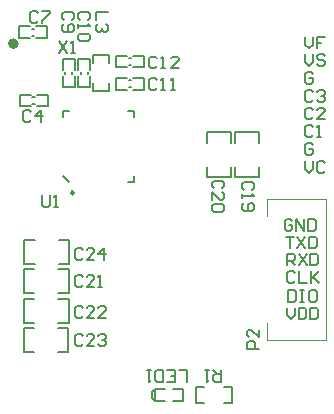
<source format=gto>
G04 Layer_Color=65535*
%FSLAX44Y44*%
%MOMM*%
G71*
G01*
G75*
%ADD22C,0.2000*%
%ADD24C,0.5000*%
%ADD37C,0.2500*%
%ADD38C,0.1524*%
%ADD39C,0.1778*%
%ADD40C,0.1000*%
%ADD41C,0.1270*%
D22*
X-115750Y70000D02*
X-113750D01*
X-115750Y76000D02*
X-113750D01*
X-116280Y133830D02*
X-114280D01*
X-116280Y127830D02*
X-114280D01*
X-88000Y95000D02*
Y97000D01*
X-82000Y95000D02*
Y97000D01*
X-75000Y95000D02*
Y97000D01*
X-69000Y95000D02*
Y97000D01*
X-34250Y109000D02*
X-32250D01*
X-34250Y103000D02*
X-32250D01*
X-34250Y84000D02*
X-32250D01*
X-34250Y90000D02*
X-32250D01*
X-90000Y8750D02*
X-85000Y3750D01*
X-90000Y58750D02*
Y63750D01*
X-85000D01*
X-35000D02*
X-30000D01*
Y58750D02*
Y63750D01*
Y3750D02*
Y8750D01*
X-35000Y3750D02*
X-30000D01*
D24*
X-130000Y121000D02*
G03*
X-130000Y121000I-2000J0D01*
G01*
D37*
X-80750Y-5250D02*
G03*
X-80750Y-5250I-1250J0D01*
G01*
D38*
X-126500Y68000D02*
Y78000D01*
X-103000Y68000D02*
X-103000Y78000D01*
X-112250Y68000D02*
X-103000D01*
X-126500D02*
X-117250D01*
X-112250Y78000D02*
X-103000D01*
X-126500D02*
X-117250D01*
X-103530Y125830D02*
Y135830D01*
X-127030Y125830D02*
X-127030Y135830D01*
X-117780D01*
X-112780D02*
X-103530D01*
X-127030Y125830D02*
X-117780D01*
X-112780D02*
X-103530D01*
X-90000Y107750D02*
X-80000D01*
X-90000Y84250D02*
X-80000Y84250D01*
X-90000Y84250D02*
Y93500D01*
Y98500D02*
Y107750D01*
X-80000Y84250D02*
Y93500D01*
Y98500D02*
Y107750D01*
X-77000D02*
X-67000D01*
X-77000Y84250D02*
X-67000Y84250D01*
X-77000Y84250D02*
Y93500D01*
Y98500D02*
Y107750D01*
X-67000Y84250D02*
Y93500D01*
Y98500D02*
Y107750D01*
X-21500Y101000D02*
Y111000D01*
X-45000Y101000D02*
X-45000Y111000D01*
X-35750D01*
X-30750D02*
X-21500D01*
X-45000Y101000D02*
X-35750D01*
X-30750D02*
X-21500D01*
X-45000Y82000D02*
Y92000D01*
X-21500Y82000D02*
X-21500Y92000D01*
X-30750Y82000D02*
X-21500D01*
X-45000D02*
X-35750D01*
X-30750Y92000D02*
X-21500D01*
X-45000D02*
X-35750D01*
D39*
X-64626Y80765D02*
Y87364D01*
Y80765D02*
X-50791D01*
Y87364D01*
Y104636D02*
Y111236D01*
X-64626D02*
X-50791D01*
X-64626Y104636D02*
Y111236D01*
X46366Y-169394D02*
X52965D01*
Y-183229D02*
Y-169394D01*
X46366Y-183229D02*
X52965D01*
X22494D02*
X29094D01*
X22494D02*
Y-169394D01*
X29094D01*
X55840Y37320D02*
Y45956D01*
X66000D01*
X76160D01*
Y37320D02*
Y45956D01*
Y8364D02*
Y17000D01*
X66000Y8364D02*
X76160D01*
X55840D02*
X66000D01*
X55840D02*
Y17000D01*
X31840Y37320D02*
Y45956D01*
X42000D01*
X52160D01*
Y37320D02*
Y45956D01*
Y8364D02*
Y17000D01*
X42000Y8364D02*
X52160D01*
X31840D02*
X42000D01*
X31840D02*
Y17000D01*
X-122796Y-90160D02*
X-114160D01*
X-122796D02*
Y-80000D01*
Y-69840D01*
X-114160D01*
X-93840D02*
X-85204D01*
Y-80000D02*
Y-69840D01*
Y-90160D02*
Y-80000D01*
X-93840Y-90160D02*
X-85204D01*
X-122796Y-115160D02*
X-114160D01*
X-122796D02*
Y-105000D01*
Y-94840D01*
X-114160D01*
X-93840D02*
X-85204D01*
Y-105000D02*
Y-94840D01*
Y-115160D02*
Y-105000D01*
X-93840Y-115160D02*
X-85204D01*
X-122956Y-140160D02*
X-114320D01*
X-122956D02*
Y-130000D01*
Y-119840D01*
X-114320D01*
X-94000D02*
X-85364D01*
Y-130000D02*
Y-119840D01*
Y-140160D02*
Y-130000D01*
X-94000Y-140160D02*
X-85364D01*
X-122636Y-65160D02*
X-114000D01*
X-122636D02*
Y-55000D01*
Y-44840D01*
X-114000D01*
X-93680D02*
X-85044D01*
Y-55000D02*
Y-44840D01*
Y-65160D02*
Y-55000D01*
X-93680Y-65160D02*
X-85044D01*
D40*
X82800Y-130100D02*
X132800D01*
Y-10100D01*
X82800D02*
X132800D01*
X82800Y-130100D02*
Y-115100D01*
Y-25100D02*
Y-10100D01*
D41*
X3175Y-181330D02*
X12065D01*
X3175Y-171170D02*
X12065D01*
Y-181330D02*
Y-171170D01*
X-14605Y-178790D02*
Y-173710D01*
X-12065Y-181330D02*
Y-171170D01*
Y-181330D02*
X-3175D01*
X-14605Y-178790D02*
X-12065Y-181330D01*
Y-171170D02*
X-3175D01*
X-14605Y-173710D02*
X-12065Y-171170D01*
X-93000Y122997D02*
X-86335Y113000D01*
Y122997D02*
X-93000Y113000D01*
X-83003D02*
X-79671D01*
X-81337D01*
Y122997D01*
X-83003Y121331D01*
X-107380Y-7003D02*
Y-15334D01*
X-105714Y-17000D01*
X-102382D01*
X-100716Y-15334D01*
Y-7003D01*
X-97383Y-17000D02*
X-94051D01*
X-95717D01*
Y-7003D01*
X-97383Y-8669D01*
X75800Y-137600D02*
X65803D01*
Y-132602D01*
X67469Y-130935D01*
X70802D01*
X72468Y-132602D01*
Y-137600D01*
X75800Y-120939D02*
Y-127603D01*
X69135Y-120939D01*
X67469D01*
X65803Y-122605D01*
Y-125937D01*
X67469Y-127603D01*
X-52003Y148000D02*
X-62000D01*
Y141335D01*
X-53669Y138003D02*
X-52003Y136337D01*
Y133005D01*
X-53669Y131339D01*
X-55335D01*
X-57002Y133005D01*
Y134671D01*
Y133005D01*
X-58668Y131339D01*
X-60334D01*
X-62000Y133005D01*
Y136337D01*
X-60334Y138003D01*
X-10386Y108531D02*
X-12052Y110197D01*
X-15384D01*
X-17050Y108531D01*
Y101866D01*
X-15384Y100200D01*
X-12052D01*
X-10386Y101866D01*
X-7053Y100200D02*
X-3721D01*
X-5387D01*
Y110197D01*
X-7053Y108531D01*
X7942Y100200D02*
X1277D01*
X7942Y106865D01*
Y108531D01*
X6276Y110197D01*
X2944D01*
X1277Y108531D01*
X-10136Y90231D02*
X-11802Y91897D01*
X-15134D01*
X-16800Y90231D01*
Y83566D01*
X-15134Y81900D01*
X-11802D01*
X-10136Y83566D01*
X-6803Y81900D02*
X-3471D01*
X-5137D01*
Y91897D01*
X-6803Y90231D01*
X1527Y81900D02*
X4860D01*
X3194D01*
Y91897D01*
X1527Y90231D01*
X-68669Y141335D02*
X-67003Y143002D01*
Y146334D01*
X-68669Y148000D01*
X-75334D01*
X-77000Y146334D01*
Y143002D01*
X-75334Y141335D01*
X-77000Y138003D02*
Y134671D01*
Y136337D01*
X-67003D01*
X-68669Y138003D01*
Y129673D02*
X-67003Y128006D01*
Y124674D01*
X-68669Y123008D01*
X-75334D01*
X-77000Y124674D01*
Y128006D01*
X-75334Y129673D01*
X-68669D01*
X-82669Y141335D02*
X-81003Y143002D01*
Y146334D01*
X-82669Y148000D01*
X-89334D01*
X-91000Y146334D01*
Y143002D01*
X-89334Y141335D01*
Y138003D02*
X-91000Y136337D01*
Y133005D01*
X-89334Y131339D01*
X-82669D01*
X-81003Y133005D01*
Y136337D01*
X-82669Y138003D01*
X-84335D01*
X-86002Y136337D01*
Y131339D01*
X-111335Y147331D02*
X-113002Y148997D01*
X-116334D01*
X-118000Y147331D01*
Y140666D01*
X-116334Y139000D01*
X-113002D01*
X-111335Y140666D01*
X-108003Y148997D02*
X-101339D01*
Y147331D01*
X-108003Y140666D01*
Y139000D01*
X-116936Y62831D02*
X-118602Y64497D01*
X-121934D01*
X-123600Y62831D01*
Y56166D01*
X-121934Y54500D01*
X-118602D01*
X-116936Y56166D01*
X-108605Y54500D02*
Y64497D01*
X-113603Y59498D01*
X-106939D01*
X14870Y-165297D02*
Y-155300D01*
X8206D01*
X-1791Y-165297D02*
X4873D01*
Y-155300D01*
X-1791D01*
X4873Y-160298D02*
X1541D01*
X-5124Y-165297D02*
Y-155300D01*
X-10122D01*
X-11788Y-156966D01*
Y-163631D01*
X-10122Y-165297D01*
X-5124D01*
X-15120Y-155300D02*
X-18453D01*
X-16787D01*
Y-165297D01*
X-15120Y-163631D01*
X43990Y-155520D02*
Y-165517D01*
X38992D01*
X37325Y-163851D01*
Y-160518D01*
X38992Y-158852D01*
X43990D01*
X40658D02*
X37325Y-155520D01*
X33993D02*
X30661D01*
X32327D01*
Y-165517D01*
X33993Y-163851D01*
X70331Y-2504D02*
X71997Y-838D01*
Y2494D01*
X70331Y4160D01*
X63666D01*
X62000Y2494D01*
Y-838D01*
X63666Y-2504D01*
X62000Y-5837D02*
Y-9169D01*
Y-7503D01*
X71997D01*
X70331Y-5837D01*
X63666Y-14167D02*
X62000Y-15833D01*
Y-19166D01*
X63666Y-20832D01*
X70331D01*
X71997Y-19166D01*
Y-15833D01*
X70331Y-14167D01*
X68664D01*
X66998Y-15833D01*
Y-20832D01*
X44331Y-1505D02*
X45997Y162D01*
Y3494D01*
X44331Y5160D01*
X37666D01*
X36000Y3494D01*
Y162D01*
X37666Y-1505D01*
X36000Y-11501D02*
Y-4837D01*
X42664Y-11501D01*
X44331D01*
X45997Y-9835D01*
Y-6503D01*
X44331Y-4837D01*
Y-14834D02*
X45997Y-16500D01*
Y-19832D01*
X44331Y-21498D01*
X37666D01*
X36000Y-19832D01*
Y-16500D01*
X37666Y-14834D01*
X44331D01*
X-73335Y-76669D02*
X-75002Y-75003D01*
X-78334D01*
X-80000Y-76669D01*
Y-83334D01*
X-78334Y-85000D01*
X-75002D01*
X-73335Y-83334D01*
X-63339Y-85000D02*
X-70003D01*
X-63339Y-78335D01*
Y-76669D01*
X-65005Y-75003D01*
X-68337D01*
X-70003Y-76669D01*
X-60006Y-85000D02*
X-56674D01*
X-58340D01*
Y-75003D01*
X-60006Y-76669D01*
X-73335Y-102669D02*
X-75002Y-101003D01*
X-78334D01*
X-80000Y-102669D01*
Y-109334D01*
X-78334Y-111000D01*
X-75002D01*
X-73335Y-109334D01*
X-63339Y-111000D02*
X-70003D01*
X-63339Y-104335D01*
Y-102669D01*
X-65005Y-101003D01*
X-68337D01*
X-70003Y-102669D01*
X-53342Y-111000D02*
X-60006D01*
X-53342Y-104335D01*
Y-102669D01*
X-55008Y-101003D01*
X-58340D01*
X-60006Y-102669D01*
X-73335Y-126669D02*
X-75002Y-125003D01*
X-78334D01*
X-80000Y-126669D01*
Y-133334D01*
X-78334Y-135000D01*
X-75002D01*
X-73335Y-133334D01*
X-63339Y-135000D02*
X-70003D01*
X-63339Y-128336D01*
Y-126669D01*
X-65005Y-125003D01*
X-68337D01*
X-70003Y-126669D01*
X-60006D02*
X-58340Y-125003D01*
X-55008D01*
X-53342Y-126669D01*
Y-128336D01*
X-55008Y-130002D01*
X-56674D01*
X-55008D01*
X-53342Y-131668D01*
Y-133334D01*
X-55008Y-135000D01*
X-58340D01*
X-60006Y-133334D01*
X-73335Y-53669D02*
X-75002Y-52003D01*
X-78334D01*
X-80000Y-53669D01*
Y-60334D01*
X-78334Y-62000D01*
X-75002D01*
X-73335Y-60334D01*
X-63339Y-62000D02*
X-70003D01*
X-63339Y-55335D01*
Y-53669D01*
X-65005Y-52003D01*
X-68337D01*
X-70003Y-53669D01*
X-55008Y-62000D02*
Y-52003D01*
X-60006Y-57002D01*
X-53342D01*
X115000Y21997D02*
Y15332D01*
X118332Y12000D01*
X121664Y15332D01*
Y21997D01*
X131661Y20331D02*
X129995Y21997D01*
X126663D01*
X124997Y20331D01*
Y13666D01*
X126663Y12000D01*
X129995D01*
X131661Y13666D01*
X121664Y35331D02*
X119998Y36997D01*
X116666D01*
X115000Y35331D01*
Y28666D01*
X116666Y27000D01*
X119998D01*
X121664Y28666D01*
Y31998D01*
X118332D01*
X121664Y50331D02*
X119998Y51997D01*
X116666D01*
X115000Y50331D01*
Y43666D01*
X116666Y42000D01*
X119998D01*
X121664Y43666D01*
X124997Y42000D02*
X128329D01*
X126663D01*
Y51997D01*
X124997Y50331D01*
X121664Y65331D02*
X119998Y66997D01*
X116666D01*
X115000Y65331D01*
Y58666D01*
X116666Y57000D01*
X119998D01*
X121664Y58666D01*
X131661Y57000D02*
X124997D01*
X131661Y63664D01*
Y65331D01*
X129995Y66997D01*
X126663D01*
X124997Y65331D01*
X121664Y80331D02*
X119998Y81997D01*
X116666D01*
X115000Y80331D01*
Y73666D01*
X116666Y72000D01*
X119998D01*
X121664Y73666D01*
X124997Y80331D02*
X126663Y81997D01*
X129995D01*
X131661Y80331D01*
Y78664D01*
X129995Y76998D01*
X128329D01*
X129995D01*
X131661Y75332D01*
Y73666D01*
X129995Y72000D01*
X126663D01*
X124997Y73666D01*
X121664Y95331D02*
X119998Y96997D01*
X116666D01*
X115000Y95331D01*
Y88666D01*
X116666Y87000D01*
X119998D01*
X121664Y88666D01*
Y91998D01*
X118332D01*
X115000Y111997D02*
Y105332D01*
X118332Y102000D01*
X121664Y105332D01*
Y111997D01*
X131661Y110331D02*
X129995Y111997D01*
X126663D01*
X124997Y110331D01*
Y108665D01*
X126663Y106998D01*
X129995D01*
X131661Y105332D01*
Y103666D01*
X129995Y102000D01*
X126663D01*
X124997Y103666D01*
X115000Y126997D02*
Y120332D01*
X118332Y117000D01*
X121664Y120332D01*
Y126997D01*
X131661D02*
X124997D01*
Y121998D01*
X128329D01*
X124997D01*
Y117000D01*
X99500Y-102303D02*
Y-108968D01*
X102832Y-112300D01*
X106165Y-108968D01*
Y-102303D01*
X109497D02*
Y-112300D01*
X114495D01*
X116161Y-110634D01*
Y-103969D01*
X114495Y-102303D01*
X109497D01*
X119494D02*
Y-112300D01*
X124492D01*
X126158Y-110634D01*
Y-103969D01*
X124492Y-102303D01*
X119494D01*
X100400Y-87403D02*
Y-97400D01*
X105398D01*
X107065Y-95734D01*
Y-89069D01*
X105398Y-87403D01*
X100400D01*
X110397D02*
X113729D01*
X112063D01*
Y-97400D01*
X110397D01*
X113729D01*
X123726Y-87403D02*
X120394D01*
X118727Y-89069D01*
Y-95734D01*
X120394Y-97400D01*
X123726D01*
X125392Y-95734D01*
Y-89069D01*
X123726Y-87403D01*
X106565Y-73069D02*
X104898Y-71403D01*
X101566D01*
X99900Y-73069D01*
Y-79734D01*
X101566Y-81400D01*
X104898D01*
X106565Y-79734D01*
X109897Y-71403D02*
Y-81400D01*
X116561D01*
X119894Y-71403D02*
Y-81400D01*
Y-78068D01*
X126558Y-71403D01*
X121560Y-76402D01*
X126558Y-81400D01*
X99600Y-66600D02*
Y-56603D01*
X104598D01*
X106264Y-58269D01*
Y-61602D01*
X104598Y-63268D01*
X99600D01*
X102932D02*
X106264Y-66600D01*
X109597Y-56603D02*
X116261Y-66600D01*
Y-56603D02*
X109597Y-66600D01*
X119594Y-56603D02*
Y-66600D01*
X124592D01*
X126258Y-64934D01*
Y-58269D01*
X124592Y-56603D01*
X119594D01*
X98600Y-42203D02*
X105265D01*
X101932D01*
Y-52200D01*
X108597Y-42203D02*
X115261Y-52200D01*
Y-42203D02*
X108597Y-52200D01*
X118594Y-42203D02*
Y-52200D01*
X123592D01*
X125258Y-50534D01*
Y-43869D01*
X123592Y-42203D01*
X118594D01*
X104365Y-28869D02*
X102698Y-27203D01*
X99366D01*
X97700Y-28869D01*
Y-35534D01*
X99366Y-37200D01*
X102698D01*
X104365Y-35534D01*
Y-32202D01*
X101032D01*
X107697Y-37200D02*
Y-27203D01*
X114361Y-37200D01*
Y-27203D01*
X117694D02*
Y-37200D01*
X122692D01*
X124358Y-35534D01*
Y-28869D01*
X122692Y-27203D01*
X117694D01*
M02*

</source>
